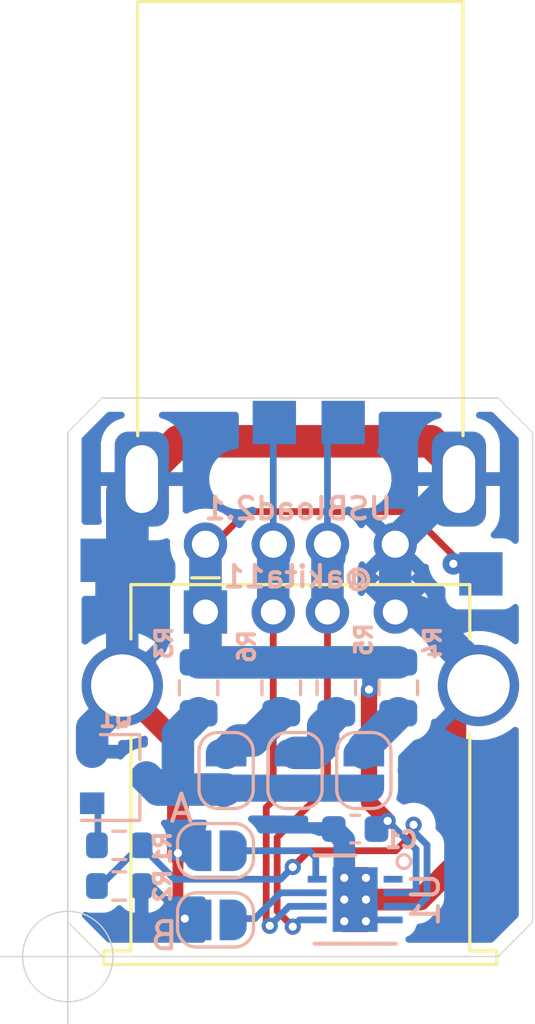
<source format=kicad_pcb>
(kicad_pcb (version 20211014) (generator pcbnew)
  (layers (0 "F.Cu" signal) (31 "B.Cu" signal) (34 "B.Paste" user) (35 "F.Paste" user) (36 "B.SilkS" user "B.Silkscreen") (37 "F.SilkS" user "F.Silkscreen") (38 "B.Mask" user) (39 "F.Mask" user) (44 "Edge.Cuts" user))
  (net 0 "")
  (net 1 "GND")
  (net 2 "+5VD")
  (net 3 "Net-(JP3-Pad1)")
  (net 4 "Net-(Q1-Pad1)")
  (net 5 "Net-(JP3-Pad2)")
  (net 6 "Net-(JP4-Pad2)")
  (net 7 "Net-(JP5-Pad2)")
  (net 8 "/UDP")
  (net 9 "/UDM")
  (net 10 "/MD0")
  (net 11 "/MD1")
  (net 13 "Net-(R1-Pad1)")
  (footprint "akita:USB-A_plug" (layer "F.Cu") (at 8.58 -15.2)
    (fp_text reference "J2" hide)
    (fp_text value "USB_A")
    (fp_line (start 6 -4) (end 6 -20) (layer "F.SilkS") (width 0.12))
    (fp_line (start 6 -20) (end -6 -20) (layer "F.SilkS") (width 0.12))
    (fp_line (start -6 -20) (end -6 -4) (layer "F.SilkS") (width 0.12))
    (pad "" np_thru_hole circle locked (at -2.25 -2.4) (size 1.2 1.2) (drill 1.2) (layers *.Cu *.Mask))
    (pad "" np_thru_hole circle locked (at 2.25 -2.4) (size 1.2 1.2) (drill 1.2) (layers *.Cu *.Mask))
    (pad "1" thru_hole circle locked (at -3.5 0) (size 1.6 1.6) (drill 1) (layers *.Cu *.Mask) (net 2 "+5VD"))
    (pad "2" thru_hole circle locked (at -1 0) (size 1.6 1.6) (drill 1) (layers *.Cu *.Mask) (net 9 "/UDM"))
    (pad "3" thru_hole circle locked (at 1 0) (size 1.6 1.6) (drill 1) (layers *.Cu *.Mask) (net 8 "/UDP"))
    (pad "4" thru_hole circle locked (at 3.5 0) (size 1.6 1.6) (drill 1) (layers *.Cu *.Mask) (net 1 "GND"))
    (pad "5" thru_hole roundrect locked (at 5.85 -2.4) (size 2 3.5) (drill oval 1.2 2.5) (layers *.Cu *.Mask) (net 1 "GND"))
    (pad "5" thru_hole roundrect locked (at -5.85 -2.4) (size 2 3.5) (drill oval 1.2 2.5) (layers *.Cu *.Mask) (net 1 "GND"))
  )
  (footprint "Connector_USB:USB_A_Stewart_SS-52100-001_Horizontal" (layer "F.Cu") (at 5.08 -12.7)
    (fp_text reference "J3" hide)
    (fp_text value "USB_A")
    (fp_line (start 9.75 0.99) (end 9.75 -1.01) (layer "F.SilkS") (width 0.12))
    (fp_line (start -2.75 4.49) (end -2.75 12.49) (layer "F.SilkS") (width 0.12))
    (fp_line (start -2.75 -1.01) (end -2.75 0.99) (layer "F.SilkS") (width 0.12))
    (fp_line (start -3.75 12.49) (end -3.75 12.99) (layer "F.SilkS") (width 0.12))
    (fp_line (start -0.5 -1.26) (end 0.5 -1.26) (layer "F.SilkS") (width 0.12))
    (fp_line (start -3.75 12.99) (end 10.75 12.99) (layer "F.SilkS") (width 0.12))
    (fp_line (start -2.75 12.49) (end -3.75 12.49) (layer "F.SilkS") (width 0.12))
    (fp_line (start 9.75 12.49) (end 9.75 4.49) (layer "F.SilkS") (width 0.12))
    (fp_line (start 10.75 12.49) (end 9.75 12.49) (layer "F.SilkS") (width 0.12))
    (fp_line (start 9.75 -1.01) (end -2.75 -1.01) (layer "F.SilkS") (width 0.12))
    (fp_line (start 10.75 12.99) (end 10.75 12.49) (layer "F.SilkS") (width 0.12))
    (pad "1" thru_hole rect locked (at 0 0) (size 1.6 1.6) (drill 0.92) (layers *.Cu *.Mask) (net 2 "+5VD"))
    (pad "2" thru_hole circle locked (at 2.5 0) (size 1.6 1.6) (drill 0.92) (layers *.Cu *.Mask) (net 9 "/UDM"))
    (pad "3" thru_hole circle locked (at 4.5 0) (size 1.6 1.6) (drill 0.92) (layers *.Cu *.Mask) (net 8 "/UDP"))
    (pad "4" thru_hole circle locked (at 7 0) (size 1.6 1.6) (drill 0.92) (layers *.Cu *.Mask) (net 1 "GND"))
    (pad "5" thru_hole circle locked (at 10.07 2.71) (size 3 3) (drill 2.3) (layers *.Cu *.Mask) (net 1 "GND"))
    (pad "5" thru_hole circle locked (at -3.07 2.71) (size 3 3) (drill 2.3) (layers *.Cu *.Mask) (net 1 "GND"))
  )
  (footprint "Resistor_SMD:R_0805_2012Metric" (layer "B.Cu") (at 12.192 -9.906 -90)
    (fp_text reference "R4" (at -1.651 -1.27 90) (layer "B.SilkS") (effects (font (size 0.6 0.6)) (justify mirror)))
    (fp_text value "51")
    (fp_line (start -0.258578 0.71) (end 0.258578 0.71) (layer "B.SilkS") (width 0.12))
    (fp_line (start -0.258578 -0.71) (end 0.258578 -0.71) (layer "B.SilkS") (width 0.12))
    (pad "1" smd roundrect locked (at -0.9375 0 270) (size 0.975 1.4) (layers "B.Cu" "B.Paste" "B.Mask") (net 2 "+5VD"))
    (pad "2" smd roundrect locked (at 0.9375 0 270) (size 0.975 1.4) (layers "B.Cu" "B.Paste" "B.Mask") (net 5 "Net-(JP3-Pad2)"))
  )
  (footprint "Jumper:SolderJumper-2_P1.3mm_Open_RoundedPad1.0x1.5mm" (layer "B.Cu") (at 8.382 -6.858 90)
    (fp_text reference "JP4" hide)
    (fp_text value "SolderJumper_2_Open")
    (fp_line (start 0.7 -1) (end -0.7 -1) (layer "B.SilkS") (width 0.12))
    (fp_line (start -0.7 1) (end 0.7 1) (layer "B.SilkS") (width 0.12))
    (fp_line (start -1.4 -0.3) (end -1.4 0.3) (layer "B.SilkS") (width 0.12))
    (fp_line (start 1.4 0.3) (end 1.4 -0.3) (layer "B.SilkS") (width 0.12))
    (fp_arc (start 0.7 -1) (mid 1.194975 -0.794975) (end 1.4 -0.3) (layer "B.SilkS") (width 0.12))
    (fp_arc (start -0.7 1) (mid -1.194975 0.794975) (end -1.4 0.3) (layer "B.SilkS") (width 0.12))
    (fp_arc (start 1.4 0.3) (mid 1.194975 0.794975) (end 0.7 1) (layer "B.SilkS") (width 0.12))
    (fp_arc (start -1.4 -0.3) (mid -1.194975 -0.794975) (end -0.7 -1) (layer "B.SilkS") (width 0.12))
    (pad "1" smd custom locked (at -0.65 0 90) (size 1 0.5) (layers "B.Cu" "B.Mask") (net 3 "Net-(JP3-Pad1)") (options (clearance outline) (anchor rect)) (primitives (gr_circle (center 0 -0.25) (end 0.5 -0.25) (width 0) (fill yes)) (gr_circle (center 0 0.25) (end 0.5 0.25) (width 0) (fill yes)) (gr_poly (pts (xy 0.5 0.75) (xy 0 0.75) (xy 0 -0.75) (xy 0.5 -0.75)) (width 0) (fill yes))))
    (pad "2" smd custom locked (at 0.65 0 90) (size 1 0.5) (layers "B.Cu" "B.Mask") (net 6 "Net-(JP4-Pad2)") (options (clearance outline) (anchor rect)) (primitives (gr_circle (center 0 -0.25) (end 0.5 -0.25) (width 0) (fill yes)) (gr_circle (center 0 0.25) (end 0.5 0.25) (width 0) (fill yes)) (gr_poly (pts (xy 0 0.75) (xy -0.5 0.75) (xy -0.5 -0.75) (xy 0 -0.75)) (width 0) (fill yes))))
  )
  (footprint "Package_TO_SOT_SMD:SOT-23" (layer "B.Cu") (at 1.9 -6.6)
    (fp_text reference "Q1" (at -0.127 -2.159) (layer "B.SilkS") (effects (font (size 0.6 0.6)) (justify mirror)))
    (fp_text value "SMD-MOSFET-N-CH-20V-2.1A-CJ2302_SOT-23_")
    (fp_line (start 0.76 1.58) (end -1.4 1.58) (layer "B.SilkS") (width 0.12))
    (fp_line (start 0.76 1.58) (end 0.76 0.65) (layer "B.SilkS") (width 0.12))
    (fp_line (start 0.76 -1.58) (end 0.76 -0.65) (layer "B.SilkS") (width 0.12))
    (fp_line (start 0.76 -1.58) (end -0.7 -1.58) (layer "B.SilkS") (width 0.12))
    (pad "1" smd rect locked (at -1 0.95) (size 0.9 0.8) (layers "B.Cu" "B.Paste" "B.Mask") (net 4 "Net-(Q1-Pad1)"))
    (pad "2" smd rect locked (at -1 -0.95) (size 0.9 0.8) (layers "B.Cu" "B.Paste" "B.Mask") (net 1 "GND"))
    (pad "3" smd rect locked (at 1 0) (size 0.9 0.8) (layers "B.Cu" "B.Paste" "B.Mask") (net 3 "Net-(JP3-Pad1)"))
  )
  (footprint "Jumper:SolderJumper-2_P1.3mm_Open_RoundedPad1.0x1.5mm" (layer "B.Cu") (at 10.922 -6.858 90)
    (fp_text reference "JP3" hide)
    (fp_text value "SolderJumper_2_Open")
    (fp_line (start -0.7 1) (end 0.7 1) (layer "B.SilkS") (width 0.12))
    (fp_line (start 0.7 -1) (end -0.7 -1) (layer "B.SilkS") (width 0.12))
    (fp_line (start 1.4 0.3) (end 1.4 -0.3) (layer "B.SilkS") (width 0.12))
    (fp_line (start -1.4 -0.3) (end -1.4 0.3) (layer "B.SilkS") (width 0.12))
    (fp_arc (start -1.4 -0.3) (mid -1.194975 -0.794975) (end -0.7 -1) (layer "B.SilkS") (width 0.12))
    (fp_arc (start 1.4 0.3) (mid 1.194975 0.794975) (end 0.7 1) (layer "B.SilkS") (width 0.12))
    (fp_arc (start -0.7 1) (mid -1.194975 0.794975) (end -1.4 0.3) (layer "B.SilkS") (width 0.12))
    (fp_arc (start 0.7 -1) (mid 1.194975 -0.794975) (end 1.4 -0.3) (layer "B.SilkS") (width 0.12))
    (pad "1" smd custom locked (at -0.65 0 90) (size 1 0.5) (layers "B.Cu" "B.Mask") (net 3 "Net-(JP3-Pad1)") (options (clearance outline) (anchor rect)) (primitives (gr_circle (center 0 -0.25) (end 0.5 -0.25) (width 0) (fill yes)) (gr_circle (center 0 0.25) (end 0.5 0.25) (width 0) (fill yes)) (gr_poly (pts (xy 0.5 0.75) (xy 0 0.75) (xy 0 -0.75) (xy 0.5 -0.75)) (width 0) (fill yes))))
    (pad "2" smd custom locked (at 0.65 0 90) (size 1 0.5) (layers "B.Cu" "B.Mask") (net 5 "Net-(JP3-Pad2)") (options (clearance outline) (anchor rect)) (primitives (gr_circle (center 0 -0.25) (end 0.5 -0.25) (width 0) (fill yes)) (gr_circle (center 0 0.25) (end 0.5 0.25) (width 0) (fill yes)) (gr_poly (pts (xy 0 0.75) (xy -0.5 0.75) (xy -0.5 -0.75) (xy 0 -0.75)) (width 0) (fill yes))))
  )
  (footprint "Jumper:SolderJumper-2_P1.3mm_Open_RoundedPad1.0x1.5mm" (layer "B.Cu") (at 5.45 -1.35)
    (fp_text reference "JP1" hide)
    (fp_text value "SolderJumper_2_Open")
    (fp_line (start -1.4 -0.3) (end -1.4 0.3) (layer "B.SilkS") (width 0.12))
    (fp_line (start -0.7 1) (end 0.7 1) (layer "B.SilkS") (width 0.12))
    (fp_line (start 0.7 -1) (end -0.7 -1) (layer "B.SilkS") (width 0.12))
    (fp_line (start 1.4 0.3) (end 1.4 -0.3) (layer "B.SilkS") (width 0.12))
    (fp_arc (start -0.7 1) (mid -1.194975 0.794975) (end -1.4 0.3) (layer "B.SilkS") (width 0.12))
    (fp_arc (start 1.4 0.3) (mid 1.194975 0.794975) (end 0.7 1) (layer "B.SilkS") (width 0.12))
    (fp_arc (start 0.7 -1) (mid 1.194975 -0.794975) (end 1.4 -0.3) (layer "B.SilkS") (width 0.12))
    (fp_arc (start -1.4 -0.3) (mid -1.194975 -0.794975) (end -0.7 -1) (layer "B.SilkS") (width 0.12))
    (pad "1" smd custom locked (at -0.65 0) (size 1 0.5) (layers "B.Cu" "B.Mask") (net 1 "GND") (options (clearance outline) (anchor rect)) (primitives (gr_circle (center 0 -0.25) (end 0.5 -0.25) (width 0) (fill yes)) (gr_circle (center 0 0.25) (end 0.5 0.25) (width 0) (fill yes)) (gr_poly (pts (xy 0.5 0.75) (xy 0 0.75) (xy 0 -0.75) (xy 0.5 -0.75)) (width 0) (fill yes))))
    (pad "2" smd custom locked (at 0.65 0) (size 1 0.5) (layers "B.Cu" "B.Mask") (net 10 "/MD0") (options (clearance outline) (anchor rect)) (primitives (gr_circle (center 0 -0.25) (end 0.5 -0.25) (width 0) (fill yes)) (gr_circle (center 0 0.25) (end 0.5 0.25) (width 0) (fill yes)) (gr_poly (pts (xy 0 0.75) (xy -0.5 0.75) (xy -0.5 -0.75) (xy 0 -0.75)) (width 0) (fill yes))))
  )
  (footprint "Jumper:SolderJumper-2_P1.3mm_Open_RoundedPad1.0x1.5mm" (layer "B.Cu") (at 5.842 -6.858 90)
    (fp_text reference "JP5" hide)
    (fp_text value "SolderJumper_2_Open")
    (fp_line (start 0.7 -1) (end -0.7 -1) (layer "B.SilkS") (width 0.12))
    (fp_line (start -0.7 1) (end 0.7 1) (layer "B.SilkS") (width 0.12))
    (fp_line (start 1.4 0.3) (end 1.4 -0.3) (layer "B.SilkS") (width 0.12))
    (fp_line (start -1.4 -0.3) (end -1.4 0.3) (layer "B.SilkS") (width 0.12))
    (fp_arc (start 0.7 -1) (mid 1.194975 -0.794975) (end 1.4 -0.3) (layer "B.SilkS") (width 0.12))
    (fp_arc (start 1.4 0.3) (mid 1.194975 0.794975) (end 0.7 1) (layer "B.SilkS") (width 0.12))
    (fp_arc (start -0.7 1) (mid -1.194975 0.794975) (end -1.4 0.3) (layer "B.SilkS") (width 0.12))
    (fp_arc (start -1.4 -0.3) (mid -1.194975 -0.794975) (end -0.7 -1) (layer "B.SilkS") (width 0.12))
    (pad "1" smd custom locked (at -0.65 0 90) (size 1 0.5) (layers "B.Cu" "B.Mask") (net 3 "Net-(JP3-Pad1)") (options (clearance outline) (anchor rect)) (primitives (gr_circle (center 0 -0.25) (end 0.5 -0.25) (width 0) (fill yes)) (gr_circle (center 0 0.25) (end 0.5 0.25) (width 0) (fill yes)) (gr_poly (pts (xy 0.5 0.75) (xy 0 0.75) (xy 0 -0.75) (xy 0.5 -0.75)) (width 0) (fill yes))))
    (pad "2" smd custom locked (at 0.65 0 90) (size 1 0.5) (layers "B.Cu" "B.Mask") (net 7 "Net-(JP5-Pad2)") (options (clearance outline) (anchor rect)) (primitives (gr_circle (center 0 -0.25) (end 0.5 -0.25) (width 0) (fill yes)) (gr_circle (center 0 0.25) (end 0.5 0.25) (width 0) (fill yes)) (gr_poly (pts (xy 0 0.75) (xy -0.5 0.75) (xy -0.5 -0.75) (xy 0 -0.75)) (width 0) (fill yes))))
  )
  (footprint "Resistor_SMD:R_0805_2012Metric" (layer "B.Cu") (at 9.906 -9.906 -90)
    (fp_text reference "R5" (at -1.778 -1.016 -90) (layer "B.SilkS") (effects (font (size 0.6 0.6)) (justify mirror)))
    (fp_text value "51")
    (fp_line (start -0.258578 0.71) (end 0.258578 0.71) (layer "B.SilkS") (width 0.12))
    (fp_line (start -0.258578 -0.71) (end 0.258578 -0.71) (layer "B.SilkS") (width 0.12))
    (pad "1" smd roundrect locked (at -0.9375 0 270) (size 0.975 1.4) (layers "B.Cu" "B.Paste" "B.Mask") (net 2 "+5VD"))
    (pad "2" smd roundrect locked (at 0.9375 0 270) (size 0.975 1.4) (layers "B.Cu" "B.Paste" "B.Mask") (net 6 "Net-(JP4-Pad2)"))
  )
  (footprint "Jumper:SolderJumper-2_P1.3mm_Open_RoundedPad1.0x1.5mm" (layer "B.Cu") (at 5.45 -3.9)
    (fp_text reference "JP2" hide)
    (fp_text value "SolderJumper_2_Open")
    (fp_line (start -0.7 1) (end 0.7 1) (layer "B.SilkS") (width 0.12))
    (fp_line (start 1.4 0.3) (end 1.4 -0.3) (layer "B.SilkS") (width 0.12))
    (fp_line (start -1.4 -0.3) (end -1.4 0.3) (layer "B.SilkS") (width 0.12))
    (fp_line (start 0.7 -1) (end -0.7 -1) (layer "B.SilkS") (width 0.12))
    (fp_arc (start 1.4 0.3) (mid 1.194975 0.794975) (end 0.7 1) (layer "B.SilkS") (width 0.12))
    (fp_arc (start -1.4 -0.3) (mid -1.194975 -0.794975) (end -0.7 -1) (layer "B.SilkS") (width 0.12))
    (fp_arc (start -0.7 1) (mid -1.194975 0.794975) (end -1.4 0.3) (layer "B.SilkS") (width 0.12))
    (fp_arc (start 0.7 -1) (mid 1.194975 -0.794975) (end 1.4 -0.3) (layer "B.SilkS") (width 0.12))
    (pad "1" smd custom locked (at -0.65 0) (size 1 0.5) (layers "B.Cu" "B.Mask") (net 1 "GND") (options (clearance outline) (anchor rect)) (primitives (gr_circle (center 0 -0.25) (end 0.5 -0.25) (width 0) (fill yes)) (gr_circle (center 0 0.25) (end 0.5 0.25) (width 0) (fill yes)) (gr_poly (pts (xy 0.5 0.75) (xy 0 0.75) (xy 0 -0.75) (xy 0.5 -0.75)) (width 0) (fill yes))))
    (pad "2" smd custom locked (at 0.65 0) (size 1 0.5) (layers "B.Cu" "B.Mask") (net 11 "/MD1") (options (clearance outline) (anchor rect)) (primitives (gr_circle (center 0 -0.25) (end 0.5 -0.25) (width 0) (fill yes)) (gr_circle (center 0 0.25) (end 0.5 0.25) (width 0) (fill yes)) (gr_poly (pts (xy 0 0.75) (xy -0.5 0.75) (xy -0.5 -0.75) (xy 0 -0.75)) (width 0) (fill yes))))
  )
  (footprint "Resistor_SMD:R_0805_2012Metric" (layer "B.Cu") (at 4.826 -9.906 -90)
    (fp_text reference "R3" (at -1.651 1.27 90) (layer "B.SilkS") (effects (font (size 0.6 0.6)) (justify mirror)))
    (fp_text value "51")
    (fp_line (start -0.258578 0.71) (end 0.258578 0.71) (layer "B.SilkS") (width 0.12))
    (fp_line (start -0.258578 -0.71) (end 0.258578 -0.71) (layer "B.SilkS") (width 0.12))
    (pad "1" smd roundrect locked (at -0.9375 0 270) (size 0.975 1.4) (layers "B.Cu" "B.Paste" "B.Mask") (net 2 "+5VD"))
    (pad "2" smd roundrect locked (at 0.9375 0 270) (size 0.975 1.4) (layers "B.Cu" "B.Paste" "B.Mask") (net 3 "Net-(JP3-Pad1)"))
  )
  (footprint "Resistor_SMD:R_0805_2012Metric" (layer "B.Cu") (at 7.874 -9.906 -90)
    (fp_text reference "R6" (at -1.524 1.27 90) (layer "B.SilkS") (effects (font (size 0.6 0.6)) (justify mirror)))
    (fp_text value "51")
    (fp_line (start -0.258578 0.71) (end 0.258578 0.71) (layer "B.SilkS") (width 0.12))
    (fp_line (start -0.258578 -0.71) (end 0.258578 -0.71) (layer "B.SilkS") (width 0.12))
    (pad "1" smd roundrect locked (at -0.9375 0 270) (size 0.975 1.4) (layers "B.Cu" "B.Paste" "B.Mask") (net 2 "+5VD"))
    (pad "2" smd roundrect locked (at 0.9375 0 270) (size 0.975 1.4) (layers "B.Cu" "B.Paste" "B.Mask") (net 7 "Net-(JP5-Pad2)"))
  )
  (footprint "Capacitor_SMD:C_0603_1608Metric" (layer "B.Cu") (at 10.6 -4.7)
    (fp_text reference "C1" (at 1.7 0.4 180) (layer "B.SilkS") (effects (font (size 0.6 0.6)) (justify mirror)))
    (fp_text value "CERAMIC-100NF-50V-10%-X7R_0603_")
    (fp_line (start -0.162779 0.51) (end 0.162779 0.51) (layer "B.SilkS") (width 0.12))
    (fp_line (start -0.162779 -0.51) (end 0.162779 -0.51) (layer "B.SilkS") (width 0.12))
    (pad "1" smd roundrect locked (at -0.7875 0) (size 0.875 0.95) (layers "B.Cu" "B.Paste" "B.Mask") (net 1 "GND"))
    (pad "2" smd roundrect locked (at 0.7875 0) (size 0.875 0.95) (layers "B.Cu" "B.Paste" "B.Mask") (net 2 "+5VD"))
  )
  (footprint "akita:Pad_SMD1.6mm" (layer "B.Cu") (at 15.24 -14.105)
    (fp_text reference "J4" hide)
    (fp_text value "Conn_01x01" hide)
    (pad "1" smd rect locked (at 0 0) (size 1.6 1.6) (layers "B.Cu" "B.Mask") (net 2 "+5VD"))
  )
  (footprint "akita:Pad_SMD1.6mm" (layer "B.Cu") (at 7.62 -19.685)
    (fp_text reference "J5" hide)
    (fp_text value "Conn_01x01" hide)
    (pad "1" smd rect locked (at 0 0) (size 1.6 1.6) (layers "B.Cu" "B.Mask") (net 9 "/UDM"))
  )
  (footprint "akita:Pad_SMD1.6mm" (layer "B.Cu") (at 10.16 -19.685)
    (fp_text reference "J6" hide)
    (fp_text value "Conn_01x01" hide)
    (pad "1" smd rect locked (at 0 0) (size 1.6 1.6) (layers "B.Cu" "B.Mask") (net 8 "/UDP"))
  )
  (footprint "akita:Pad_SMD1.6mm" (layer "B.Cu") (at 1.27 -14.605)
    (fp_text reference "J7" hide)
    (fp_text value "Conn_01x01" hide)
    (pad "1" smd rect locked (at 0 0) (size 1.6 1.6) (layers "B.Cu" "B.Mask") (net 1 "GND"))
  )
  (footprint "Resistor_SMD:R_0603_1608Metric" (layer "B.Cu") (at 1.9 -2.6)
    (fp_text reference "R2" (at 1.6 0 90) (layer "B.SilkS") (effects (font (size 0.6 0.6)) (justify mirror)))
    (fp_text value "1k")
    (fp_line (start -0.237258 0.5225) (end 0.237258 0.5225) (layer "B.SilkS") (width 0.12))
    (fp_line (start -0.237258 -0.5225) (end 0.237258 -0.5225) (layer "B.SilkS") (width 0.12))
    (pad "1" smd roundrect locked (at -0.825 0) (size 0.8 0.95) (layers "B.Cu" "B.Paste" "B.Mask") (net 13 "Net-(R1-Pad1)"))
    (pad "2" smd roundrect locked (at 0.825 0) (size 0.8 0.95) (layers "B.Cu" "B.Paste" "B.Mask") (net 1 "GND"))
  )
  (footprint "Package_DFN_QFN:DFN-8-1EP_3x3mm_P0.5mm_EP1.66x2.38mm" (layer "B.Cu") (at 10.6 -2.1 180)
    (fp_text reference "U1" (at -2.6 0 90) (layer "B.SilkS") (effects (justify mirror)))
    (fp_text value "MCU_STC8G-8P")
    (fp_line (start 0 1.625) (end 1.5 1.625) (layer "B.SilkS") (width 0.15))
    (fp_line (start -1.5 -1.625) (end 1.5 -1.625) (layer "B.SilkS") (width 0.15))
    (pad "1" smd rect locked (at -1.4 0.75 180) (size 0.7 0.25) (layers "B.Cu" "B.Paste" "B.Mask"))
    (pad "2" smd rect locked (at -1.4 0.25 180) (size 0.7 0.25) (layers "B.Cu" "B.Paste" "B.Mask") (net 2 "+5VD"))
    (pad "3" smd rect locked (at -1.4 -0.25 180) (size 0.7 0.25) (layers "B.Cu" "B.Paste" "B.Mask") (net 13 "Net-(R1-Pad1)"))
    (pad "4" smd rect locked (at -1.4 -0.75 180) (size 0.7 0.25) (layers "B.Cu" "B.Paste" "B.Mask") (net 1 "GND"))
    (pad "5" smd rect locked (at 1.4 -0.75 180) (size 0.7 0.25) (layers "B.Cu" "B.Paste" "B.Mask") (net 8 "/UDP"))
    (pad "6" smd rect locked (at 1.4 -0.25 180) (size 0.7 0.25) (layers "B.Cu" "B.Paste" "B.Mask") (net 9 "/UDM"))
    (pad "7" smd rect locked (at 1.4 0.25 180) (size 0.7 0.25) (layers "B.Cu" "B.Paste" "B.Mask") (net 10 "/MD0"))
    (pad "8" smd rect locked (at 1.4 0.75 180) (size 0.7 0.25) (layers "B.Cu" "B.Paste" "B.Mask") (net 11 "/MD1"))
    (pad "9" smd rect locked (at 0 0 180) (size 1.66 2.38) (layers "B.Cu" "B.Mask") (net 1 "GND"))
  )
  (footprint "Resistor_SMD:R_0603_1608Metric" (layer "B.Cu") (at 1.9 -4.1 180)
    (fp_text reference "R1" (at -1.6 -0.1 90) (layer "B.SilkS") (effects (font (size 0.6 0.6)) (justify mirror)))
    (fp_text value "10k")
    (fp_line (start -0.237258 -0.5225) (end 0.237258 -0.5225) (layer "B.SilkS") (width 0.12))
    (fp_line (start -0.237258 0.5225) (end 0.237258 0.5225) (layer "B.SilkS") (width 0.12))
    (pad "1" smd roundrect locked (at -0.825 0 180) (size 0.8 0.95) (layers "B.Cu" "B.Paste" "B.Mask") (net 13 "Net-(R1-Pad1)"))
    (pad "2" smd roundrect locked (at 0.825 0 180) (size 0.8 0.95) (layers "B.Cu" "B.Paste" "B.Mask") (net 4 "Net-(Q1-Pad1)"))
  )
  (gr_circle (center 12.4 -3.5) (end 12.4 -3.246) (layer "B.SilkS") (width 0.12) (fill none))
  (gr_line (start 15.875 0) (end 1.27 0) (layer "Edge.Cuts") (width 0.05))
  (gr_line (start 0 -1.27) (end 0 -19.32) (layer "Edge.Cuts") (width 0.05))
  (gr_line (start 0 -19.32) (end 1.27 -20.59) (layer "Edge.Cuts") (width 0.05))
  (gr_line (start 15.875 -20.59) (end 17.145 -19.32) (layer "Edge.Cuts") (width 0.05))
  (gr_line (start 17.145 -19.32) (end 17.145 -1.27) (layer "Edge.Cuts") (width 0.05))
  (gr_line (start 1.27 -20.59) (end 15.875 -20.59) (layer "Edge.Cuts") (width 0.05))
  (gr_line (start 17.145 -1.27) (end 15.875 0) (layer "Edge.Cuts") (width 0.05))
  (gr_line (start 1.27 0) (end 0 -1.27) (layer "Edge.Cuts") (width 0.05))
  (gr_text "B" (at 3.556 -0.762) (layer "B.SilkS") (effects (font (size 1 1)) (justify mirror)))
  (gr_text "@akita11" (at 8.5 -14) (layer "B.SilkS") (effects (font (size 0.8 0.8)) (justify mirror)))
  (gr_text "A\n" (at 4.191 -5.461) (layer "B.SilkS") (effects (font (size 1 1)) (justify mirror)))
  (gr_text "USBload2.1\n" (at 8.5 -16.51) (layer "B.SilkS") (effects (font (size 0.8 0.8)) (justify mirror)))
  (target plus (at 0 0) (size 5) (width 0.05) (layer "Edge.Cuts"))
  (segment (start 4.082401 -18.992401) (end 13.392599 -18.992401) (width 1.2) (layer "F.Cu") (net 1))
  (segment (start 4.064 -1.524) (end 4.191 -1.524) (width 0.4) (layer "F.Cu") (net 1))
  (segment (start 10.3 -2.1) (end 13 -2.1) (width 0.8) (layer "F.Cu") (net 1))
  (segment (start 4.191 -1.524) (end 4.318 -1.397) (width 0.4) (layer "F.Cu") (net 1))
  (segment (start 13 -2.1) (end 14.3 -3.4) (width 0.8) (layer "F.Cu") (net 1))
  (segment (start 11 -1.3) (end 11 -2.9) (width 0.8) (layer "F.Cu") (net 1))
  (segment (start 10.2 -1.3) (end 11 -1.3) (width 0.8) (layer "F.Cu") (net 1))
  (segment (start 4.064 -7.836) (end 2 -9.9) (width 0.8) (layer "F.Cu") (net 1))
  (segment (start 2.688 -10.668) (end 2.01 -9.99) (width 1.2) (layer "F.Cu") (net 1))
  (segment (start 4.064 -3.81) (end 4.064 -7.836) (width 0.8) (layer "F.Cu") (net 1))
  (segment (start 14.478 -9.318) (end 15.15 -9.99) (width 0.25) (layer "F.Cu") (net 1))
  (segment (start 10.2 -2.9) (end 11 -2.9) (width 0.8) (layer "F.Cu") (net 1))
  (segment (start 13.392599 -18.992401) (end 14.605 -17.78) (width 1.2) (layer "F.Cu") (net 1))
  (segment (start 2.73 -17.64) (end 4.082401 -18.992401) (width 1.2) (layer "F.Cu") (net 1))
  (segment (start 14.3 -3.4) (end 14.3 -9.3) (width 0.8) (layer "F.Cu") (net 1))
  (segment (start 10.2 -2.9) (end 10.2 -1.3) (width 0.8) (layer "F.Cu") (net 1))
  (segment (start 4.064 -3.81) (end 4.064 -1.524) (width 0.4) (layer "F.Cu") (net 1))
  (via (at 10.2 -1.3) (size 0.6) (drill 0.3) (layers "F.Cu" "B.Cu") (net 1))
  (via (at 10.2 -2.1) (size 0.6) (drill 0.3) (layers "F.Cu" "B.Cu") (net 1))
  (via (at 10.2 -2.9) (size 0.6) (drill 0.3) (layers "F.Cu" "B.Cu") (net 1))
  (via (at 4.064 -3.81) (size 0.6) (drill 0.3) (layers "F.Cu" "B.Cu") (net 1))
  (via (at 4.318 -1.397) (size 0.6) (drill 0.3) (layers "F.Cu" "B.Cu") (net 1))
  (via (at 11 -2.1) (size 0.6) (drill 0.3) (layers "F.Cu" "B.Cu") (net 1))
  (via (at 11 -2.9) (size 0.6) (drill 0.3) (layers "F.Cu" "B.Cu") (net 1))
  (via (at 11 -1.3) (size 0.6) (drill 0.3) (layers "F.Cu" "B.Cu") (net 1))
  (segment (start 12.08 -12.7) (end 12.08 -15.24) (width 1.2) (layer "B.Cu") (net 1))
  (segment (start 0.9 -7.55) (end 0.9 -8.418) (width 1.2) (layer "B.Cu") (net 1))
  (segment (start 2.01 -9.978) (end 2.01 -9.99) (width 1.2) (layer "B.Cu") (net 1))
  (segment (start 4.318 -1.397) (end 4.826 -1.397) (width 0.4) (layer "B.Cu") (net 1))
  (segment (start 10.2 -4.3) (end 9.8 -4.7) (width 0.8) (layer "B.Cu") (net 1))
  (segment (start 12.954 -12.7) (end 15.15 -10.504) (width 1.2) (layer "B.Cu") (net 1))
  (segment (start 12.08 -12.7) (end 12.954 -12.7) (width 1.2) (layer "B.Cu") (net 1))
  (segment (start 4.8 -3.9) (end 4.154 -3.9) (width 0.4) (layer "B.Cu") (net 1))
  (segment (start 15.15 -10.504) (end 15.15 -9.99) (width 1.2) (layer "B.Cu") (net 1))
  (segment (start 12.05 -1.35) (end 11.15 -1.35) (width 0.25) (layer "B.Cu") (net 1))
  (segment (start 2.01 -9.99) (end 2.01 -17.123) (width 1.2) (layer "B.Cu") (net 1))
  (segment (start 2 -9.518) (end 2 -10) (width 1.2) (layer "B.Cu") (net 1))
  (segment (start 4.154 -3.9) (end 4.064 -3.81) (width 0.4) (layer "B.Cu") (net 1))
  (segment (start 10.2 -2.2) (end 10.2 -4.3) (width 0.8) (layer "B.Cu") (net 1))
  (segment (start 0.9 -8.418) (end 2 -9.518) (width 1.2) (layer "B.Cu") (net 1))
  (segment (start 11.15 -1.35) (end 11.1 -1.4) (width 0.25) (layer "B.Cu") (net 1))
  (segment (start 4.318 -1.397) (end 3.115 -2.6) (width 0.25) (layer "B.Cu") (net 1))
  (segment (start 4.064 -3.81) (end 4.826 -3.81) (width 0.4) (layer "B.Cu") (net 1))
  (segment (start 12.08 -15.24) (end 14.351 -17.511) (width 1.2) (layer "B.Cu") (net 1))
  (segment (start 14.351 -17.511) (end 14.351 -17.526) (width 1.2) (layer "B.Cu") (net 1))
  (segment (start 3.115 -2.6) (end 2.725 -2.6) (width 0.25) (layer "B.Cu") (net 1))
  (segment (start 5.08 -14.88) (end 5.08 -12.7) (width 0.25) (layer "F.Cu") (net 2))
  (segment (start 12.6 -16.4) (end 6.6 -16.4) (width 0.25) (layer "F.Cu") (net 2))
  (segment (start 11.8 -5) (end 11.1125 -5.6875) (width 0.6) (layer "F.Cu") (net 2))
  (segment (start 6.6 -16.4) (end 5.08 -14.88) (width 0.25) (layer "F.Cu") (net 2))
  (segment (start 14.224 -14.478) (end 14.224 -14.776) (width 0.25) (layer "F.Cu") (net 2))
  (segment (start 11.1125 -5.6875) (end 11.1125 -9.8425) (width 0.6) (layer "F.Cu") (net 2))
  (segment (start 14.224 -14.776) (end 12.6 -16.4) (width 0.25) (layer "F.Cu") (net 2))
  (via (at 11.1125 -9.8425) (size 0.6) (drill 0.3) (layers "F.Cu" "B.Cu") (net 2))
  (via (at 11.8 -5) (size 0.6) (drill 0.3) (layers "F.Cu" "B.Cu") (net 2))
  (via (at 14.224 -14.478) (size 0.8) (drill 0.3) (layers "F.Cu" "B.Cu") (net 2))
  (segment (start 6.5255 -10.8435) (end 7.874 -10.8435) (width 1.2) (layer "B.Cu") (net 2))
  (segment (start 4.826 -10.8435) (end 6.5255 -10.8435) (width 1.2) (layer "B.Cu") (net 2))
  (segment (start 11.161 -10.8435) (end 11.161 -9.891) (width 0.6) (layer "B.Cu") (net 2))
  (segment (start 5.08 -12.7) (end 5.08 -14.732) (width 1.2) (layer "B.Cu") (net 2))
  (segment (start 5.08 -10.8435) (end 5.08 -12.7) (width 1.2) (layer "B.Cu") (net 2))
  (segment (start 9.906 -10.8435) (end 11.161 -10.8435) (width 1.2) (layer "B.Cu") (net 2))
  (segment (start 12.05 -2.35) (end 12.85 -2.35) (width 0.25) (layer "B.Cu") (net 2))
  (segment (start 14.351 -14.605) (end 15.24 -14.605) (width 0.25) (layer "B.Cu") (net 2))
  (segment (start 12.85 -3.95) (end 11.8 -5) (width 0.25) (layer "B.Cu") (net 2))
  (segment (start 14.224 -14.478) (end 14.351 -14.605) (width 0.25) (layer "B.Cu") (net 2))
  (segment (start 12.85 -2.35) (end 12.85 -3.95) (width 0.25) (layer "B.Cu") (net 2))
  (segment (start 11.161 -10.8435) (end 12.192 -10.8435) (width 1.2) (layer "B.Cu") (net 2))
  (segment (start 11.161 -9.891) (end 11.1125 -9.8425) (width 0.6) (layer "B.Cu") (net 2))
  (segment (start 6.35 -10.668) (end 6.5255 -10.8435) (width 0.4) (layer "B.Cu") (net 2))
  (segment (start 7.874 -10.8435) (end 9.906 -10.8435) (width 1.2) (layer "B.Cu") (net 2))
  (segment (start 5.746 -6.112) (end 5.78959 -6.15559) (width 1.2) (layer "B.Cu") (net 3))
  (segment (start 5.78959 -6.15559) (end 5.842 -6.15559) (width 1.2) (layer "B.Cu") (net 3))
  (segment (start 2.9 -6.6) (end 3.34392 -6.15608) (width 1.2) (layer "B.Cu") (net 3))
  (segment (start 3.34392 -6.15608) (end 5.842 -6.15608) (width 1.2) (layer "B.Cu") (net 3))
  (segment (start 4.826 -8.9685) (end 4.064 -8.2065) (width 1.2) (layer "B.Cu") (net 3))
  (segment (start 8.382 -6.208) (end 5.842 -6.208) (width 1) (layer "B.Cu") (net 3))
  (segment (start 10.922 -6.208) (end 8.382 -6.208) (width 1) (layer "B.Cu") (net 3))
  (segment (start 4.064 -8.2065) (end 4.064 -6.35) (width 1.2) (layer "B.Cu") (net 3))
  (segment (start 1.1125 -4.1) (end 1.1125 -5.4375) (width 0.25) (layer "B.Cu") (net 4))
  (segment (start 1.1125 -5.4375) (end 0.9 -5.65) (width 0.25) (layer "B.Cu") (net 4))
  (segment (start 10.922 -7.6985) (end 12.192 -8.9685) (width 1.2) (layer "B.Cu") (net 5))
  (segment (start 10.922 -7.508) (end 10.922 -7.6985) (width 1.2) (layer "B.Cu") (net 5))
  (segment (start 9.129592 -7.508) (end 9.420473 -7.798881) (width 1.2) (layer "B.Cu") (net 6))
  (segment (start 8.382 -7.508) (end 9.129592 -7.508) (width 1.2) (layer "B.Cu") (net 6))
  (segment (start 9.420473 -8.482973) (end 9.906 -8.9685) (width 1.2) (layer "B.Cu") (net 6))
  (segment (start 9.420473 -7.798881) (end 9.420473 -8.482973) (width 1.2) (layer "B.Cu") (net 6))
  (segment (start 5.842 -7.508) (end 6.296064 -7.962064) (width 1.2) (layer "B.Cu") (net 7))
  (segment (start 6.296064 -7.962064) (end 6.818292 -7.962064) (width 1.2) (layer "B.Cu") (net 7))
  (segment (start 6.818292 -7.962064) (end 7.824728 -8.9685) (width 1.2) (layer "B.Cu") (net 7))
  (segment (start 7.824728 -8.9685) (end 7.874 -8.9685) (width 1.2) (layer "B.Cu") (net 7))
  (segment (start 7.723089 -4.393089) (end 7.723089 -1.676911) (width 0.25) (layer "F.Cu") (net 8))
  (segment (start 9.58 -6.25) (end 7.723089 -4.393089) (width 0.25) (layer "F.Cu") (net 8))
  (segment (start 9.58 -12.7) (end 9.58 -6.25) (width 0.25) (layer "F.Cu") (net 8))
  (segment (start 7.723089 -1.676911) (end 8.3 -1.1) (width 0.25) (layer "F.Cu") (net 8))
  (via (at 8.3 -1.1) (size 0.6) (drill 0.3) (layers "F.Cu" "B.Cu") (net 8))
  (segment (start 9.652 -14.732) (end 9.58 -14.804) (width 0.25) (layer "B.Cu") (net 8))
  (segment (start 9.58 -14.804) (end 9.58 -19.105) (width 0.25) (layer "B.Cu") (net 8))
  (segment (start 9.58 -14.66) (end 9.652 -14.732) (width 1.2) (layer "B.Cu") (net 8))
  (segment (start 9.58 -12.7) (end 9.58 -14.66) (width 1.2) (layer "B.Cu") (net 8))
  (segment (start 8.55 -1.35) (end 8.3 -1.1) (width 0.25) (layer "B.Cu") (net 8))
  (segment (start 9.58 -19.105) (end 10.16 -19.685) (width 0.25) (layer "B.Cu") (net 8))
  (segment (start 9.15 -1.35) (end 8.55 -1.35) (width 0.25) (layer "B.Cu") (net 8))
  (segment (start 7.58 -12.7) (end 7.58 -5.755) (width 0.25) (layer "F.Cu") (net 9))
  (segment (start 7.45 -1.13414) (end 7.321169 -1.262971) (width 0.25) (layer "F.Cu") (net 9))
  (segment (start 7.321169 -5.496169) (end 7.58 -5.755) (width 0.25) (layer "F.Cu") (net 9))
  (segment (start 7.321169 -1.262971) (end 7.321169 -5.496169) (width 0.25) (layer "F.Cu") (net 9))
  (via (at 7.45 -1.13414) (size 0.6) (drill 0.3) (layers "F.Cu" "B.Cu") (net 9))
  (segment (start 7.58 -14.772) (end 7.58 -19.645) (width 0.25) (layer "B.Cu") (net 9))
  (segment (start 8.16586 -1.85) (end 7.45 -1.13414) (width 0.25) (layer "B.Cu") (net 9))
  (segment (start 7.58 -12.7) (end 7.58 -14.692) (width 1.2) (layer "B.Cu") (net 9))
  (segment (start 9.15 -1.85) (end 8.16586 -1.85) (width 0.25) (layer "B.Cu") (net 9))
  (segment (start 7.58 -14.692) (end 7.62 -14.732) (width 1.2) (layer "B.Cu") (net 9))
  (segment (start 7.62 -14.732) (end 7.58 -14.772) (width 0.25) (layer "B.Cu") (net 9))
  (segment (start 9.15 -2.35) (end 7.85 -2.35) (width 0.25) (layer "B.Cu") (net 10))
  (segment (start 7.85 -2.35) (end 6.9 -1.4) (width 0.25) (layer "B.Cu") (net 10))
  (segment (start 6.9 -1.4) (end 6.1 -1.4) (width 0.25) (layer "B.Cu") (net 10))
  (segment (start 9.15 -3.65) (end 8.9 -3.9) (width 0.25) (layer "B.Cu") (net 11))
  (segment (start 8.9 -3.9) (end 6.1 -3.9) (width 0.25) (layer "B.Cu") (net 11))
  (segment (start 9.15 -2.85) (end 9.15 -3.65) (width 0.25) (layer "B.Cu") (net 11))
  (segment (start 8.9 -3.9) (end 8.3 -3.3) (width 0.25) (layer "F.Cu") (net 13))
  (segment (start 12.1 -3.9) (end 8.9 -3.9) (width 0.25) (layer "F.Cu") (net 13))
  (segment (start 12.75793 -4.85793) (end 12.75793 -4.55793) (width 0.25) (layer "F.Cu") (net 13))
  (segment (start 12.75793 -4.55793) (end 12.1 -3.9) (width 0.25) (layer "F.Cu") (net 13))
  (via (at 12.75793 -4.85793) (size 0.6) (drill 0.3) (layers "F.Cu" "B.Cu") (net 13))
  (via (at 8.3 -3.3) (size 0.6) (drill 0.3) (layers "F.Cu" "B.Cu") (net 13))
  (segment (start 1.1875 -2.6) (end 1.075 -2.6) (width 0.25) (layer "B.Cu") (net 13))
  (segment (start 2.6875 -4.1) (end 1.1875 -2.6) (width 0.25) (layer "B.Cu") (net 13))
  (segment (start 7.85 -2.85) (end 3.9375 -2.85) (width 0.25) (layer "B.Cu") (net 13))
  (segment (start 12.9184 -1.85) (end 12.05 -1.85) (width 0.25) (layer "B.Cu") (net 13))
  (segment (start 8.3 -3.3) (end 7.85 -2.85) (width 0.25) (layer "B.Cu") (net 13))
  (segment (start 12.75793 -4.85793) (end 12.75793 -4.61047) (width 0.25) (layer "B.Cu") (net 13))
  (segment (start 13.25192 -4.11648) (end 13.25192 -2.18352) (width 0.25) (layer "B.Cu") (net 13))
  (segment (start 3.9375 -2.85) (end 2.6875 -4.1) (width 0.25) (layer "B.Cu") (net 13))
  (segment (start 13.25192 -2.18352) (end 12.9184 -1.85) (width 0.25) (layer "B.Cu") (net 13))
  (segment (start 12.75793 -4.61047) (end 13.25192 -4.11648) (width 0.25) (layer "B.Cu") (net 13))
  (zone (net 1) (net_name "GND") (layer "B.Cu") (connect_pads (clearance 0.508)) (min_thickness 0.254) (fill yes (thermal_gap 0.508) (thermal_bridge_width 0.508))
    (polygon (pts (xy 17.145 0) (xy 0 0) (xy 0 -20.6375) (xy 17.145 -20.6375)))
  )
)
</source>
